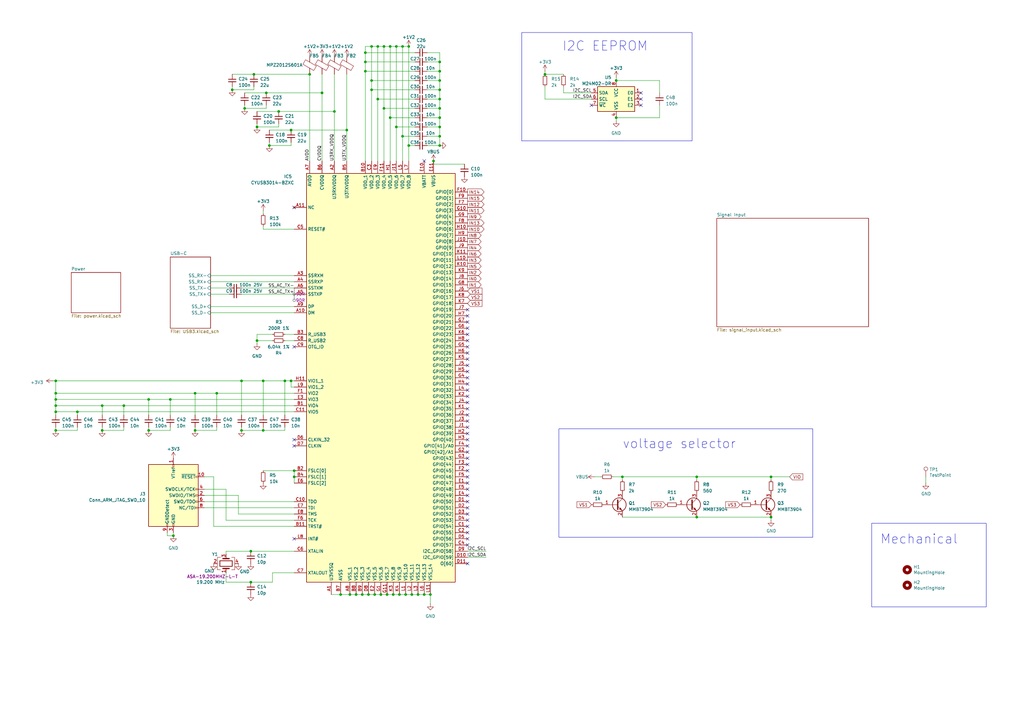
<source format=kicad_sch>
(kicad_sch (version 20250114) (generator "eeschema") (generator_version "9.0")
  (paper "A3")
  (rectangle (start 229.235 175.895) (end 333.375 220.345))
  (rectangle (start 357.505 214.63) (end 404.495 248.92))
  (rectangle (start 213.995 13.335) (end 283.845 57.785))
  (text "voltage selector" (at 278.638 182.118 0) (effects (font (size 3.81 3.81))))
  (text "I2C EEPROM" (at 248.158 19.05 0) (effects (font (size 3.81 3.81))))
  (text "Mechanical" (at 376.936 221.234 0) (effects (font (size 3.81 3.81))))
  (junction (at 165.1 19.05))
  (junction (at 105.41 52.07))
  (junction (at 156.21 243.84))
  (junction (at 180.34 59.69))
  (junction (at 22.86 168.91))
  (junction (at 120.65 193.04))
  (junction (at 180.34 40.64))
  (junction (at 180.34 52.07))
  (junction (at 120.65 195.58))
  (junction (at 100.33 44.45))
  (junction (at 171.45 243.84))
  (junction (at 80.01 161.29))
  (junction (at 99.06 156.21))
  (junction (at 252.73 48.26))
  (junction (at 154.94 19.05))
  (junction (at 180.34 33.02))
  (junction (at 41.91 166.37))
  (junction (at 223.52 30.48))
  (junction (at 152.4 33.02))
  (junction (at 152.4 36.83))
  (junction (at 60.96 176.53))
  (junction (at 71.12 219.71))
  (junction (at 139.7 243.84))
  (junction (at 127 30.48))
  (junction (at 143.51 243.84))
  (junction (at 99.06 176.53))
  (junction (at 162.56 52.07))
  (junction (at 110.49 59.69))
  (junction (at 161.29 243.84))
  (junction (at 137.16 45.72))
  (junction (at 107.95 176.53))
  (junction (at 162.56 19.05))
  (junction (at 157.48 44.45))
  (junction (at 148.59 243.84))
  (junction (at 22.86 163.83))
  (junction (at 149.86 29.21))
  (junction (at 107.95 156.21))
  (junction (at 22.86 176.53))
  (junction (at 154.94 40.64))
  (junction (at 252.73 33.02))
  (junction (at 41.91 176.53))
  (junction (at 104.14 30.48))
  (junction (at 60.96 163.83))
  (junction (at 31.75 168.91))
  (junction (at 102.87 238.76))
  (junction (at 146.05 243.84))
  (junction (at 22.86 156.21))
  (junction (at 180.34 25.4))
  (junction (at 158.75 243.84))
  (junction (at 157.48 19.05))
  (junction (at 180.34 48.26))
  (junction (at 316.23 212.09))
  (junction (at 119.38 156.21))
  (junction (at 173.99 243.84))
  (junction (at 168.91 243.84))
  (junction (at 316.23 195.58))
  (junction (at 142.24 53.34))
  (junction (at 176.53 243.84))
  (junction (at 180.34 44.45))
  (junction (at 160.02 19.05))
  (junction (at 165.1 55.88))
  (junction (at 180.34 29.21))
  (junction (at 22.86 166.37))
  (junction (at 149.86 25.4))
  (junction (at 109.22 38.1))
  (junction (at 255.27 195.58))
  (junction (at 50.8 166.37))
  (junction (at 116.84 156.21))
  (junction (at 180.34 55.88))
  (junction (at 114.3 45.72))
  (junction (at 149.86 21.59))
  (junction (at 119.38 53.34))
  (junction (at 180.34 36.83))
  (junction (at 151.13 243.84))
  (junction (at 167.64 59.69))
  (junction (at 152.4 19.05))
  (junction (at 132.08 38.1))
  (junction (at 80.01 176.53))
  (junction (at 167.64 19.05))
  (junction (at 95.25 36.83))
  (junction (at 88.9 161.29))
  (junction (at 166.37 243.84))
  (junction (at 22.86 161.29))
  (junction (at 153.67 243.84))
  (junction (at 160.02 48.26))
  (junction (at 163.83 243.84))
  (junction (at 105.41 139.7))
  (junction (at 177.8 66.04))
  (junction (at 285.75 212.09))
  (junction (at 285.75 195.58))
  (junction (at 102.87 226.06))
  (junction (at 69.85 163.83))
  (no_connect (at 191.77 182.88))
  (no_connect (at 191.77 185.42))
  (no_connect (at 191.77 172.72))
  (no_connect (at 191.77 210.82))
  (no_connect (at 191.77 218.44))
  (no_connect (at 191.77 127))
  (no_connect (at 173.99 66.04))
  (no_connect (at 191.77 203.2))
  (no_connect (at 191.77 142.24))
  (no_connect (at 191.77 160.02))
  (no_connect (at 191.77 180.34))
  (no_connect (at 191.77 213.36))
  (no_connect (at 262.89 38.1))
  (no_connect (at 262.89 43.18))
  (no_connect (at 191.77 162.56))
  (no_connect (at 191.77 170.18))
  (no_connect (at 191.77 231.14))
  (no_connect (at 191.77 149.86))
  (no_connect (at 191.77 157.48))
  (no_connect (at 191.77 165.1))
  (no_connect (at 191.77 144.78))
  (no_connect (at 191.77 132.08))
  (no_connect (at 191.77 208.28))
  (no_connect (at 191.77 167.64))
  (no_connect (at 191.77 152.4))
  (no_connect (at 191.77 198.12))
  (no_connect (at 262.89 40.64))
  (no_connect (at 191.77 134.62))
  (no_connect (at 191.77 220.98))
  (no_connect (at 120.65 180.34))
  (no_connect (at 191.77 187.96))
  (no_connect (at 191.77 223.52))
  (no_connect (at 191.77 129.54))
  (no_connect (at 191.77 147.32))
  (no_connect (at 120.65 85.09))
  (no_connect (at 191.77 139.7))
  (no_connect (at 120.65 142.24))
  (no_connect (at 191.77 175.26))
  (no_connect (at 191.77 177.8))
  (no_connect (at 120.65 220.98))
  (no_connect (at 191.77 193.04))
  (no_connect (at 191.77 195.58))
  (no_connect (at 191.77 200.66))
  (no_connect (at 191.77 215.9))
  (no_connect (at 191.77 154.94))
  (no_connect (at 191.77 190.5))
  (no_connect (at 191.77 137.16))
  (no_connect (at 242.57 43.18))
  (no_connect (at 191.77 205.74))
  (no_connect (at 120.65 182.88))
  (wire (pts (xy 22.86 163.83) (xy 60.96 163.83)))
  (wire (pts (xy 163.83 243.84) (xy 166.37 243.84)))
  (wire (pts (xy 83.82 205.74) (xy 120.65 205.74)))
  (wire (pts (xy 104.14 36.83) (xy 104.14 35.56)))
  (wire (pts (xy 148.59 243.84) (xy 151.13 243.84)))
  (wire (pts (xy 175.26 25.4) (xy 180.34 25.4)))
  (wire (pts (xy 142.24 30.48) (xy 142.24 53.34)))
  (wire (pts (xy 149.86 25.4) (xy 170.18 25.4)))
  (wire (pts (xy 175.26 36.83) (xy 180.34 36.83)))
  (wire (pts (xy 180.34 40.64) (xy 180.34 44.45)))
  (wire (pts (xy 86.36 118.11) (xy 93.98 118.11)))
  (wire (pts (xy 86.36 125.73) (xy 120.65 125.73)))
  (wire (pts (xy 104.14 30.48) (xy 127 30.48)))
  (wire (pts (xy 255.27 212.09) (xy 285.75 212.09)))
  (wire (pts (xy 152.4 36.83) (xy 152.4 66.04)))
  (wire (pts (xy 166.37 243.84) (xy 168.91 243.84)))
  (wire (pts (xy 99.06 156.21) (xy 107.95 156.21)))
  (wire (pts (xy 83.82 200.66) (xy 92.71 200.66)))
  (wire (pts (xy 107.95 93.98) (xy 120.65 93.98)))
  (wire (pts (xy 285.75 195.58) (xy 285.75 196.85)))
  (wire (pts (xy 170.18 48.26) (xy 160.02 48.26)))
  (wire (pts (xy 92.71 238.76) (xy 92.71 234.95)))
  (wire (pts (xy 149.86 19.05) (xy 149.86 21.59)))
  (wire (pts (xy 173.99 243.84) (xy 176.53 243.84)))
  (wire (pts (xy 152.4 19.05) (xy 149.86 19.05)))
  (wire (pts (xy 80.01 161.29) (xy 80.01 170.18)))
  (wire (pts (xy 120.65 195.58) (xy 120.65 198.12)))
  (wire (pts (xy 116.84 176.53) (xy 116.84 175.26)))
  (wire (pts (xy 80.01 161.29) (xy 88.9 161.29)))
  (wire (pts (xy 180.34 29.21) (xy 180.34 33.02)))
  (wire (pts (xy 119.38 53.34) (xy 142.24 53.34)))
  (wire (pts (xy 105.41 52.07) (xy 105.41 50.8)))
  (wire (pts (xy 149.86 21.59) (xy 170.18 21.59)))
  (wire (pts (xy 86.36 128.27) (xy 120.65 128.27)))
  (wire (pts (xy 22.86 168.91) (xy 22.86 166.37)))
  (wire (pts (xy 156.21 243.84) (xy 158.75 243.84)))
  (wire (pts (xy 120.65 193.04) (xy 107.95 193.04)))
  (wire (pts (xy 165.1 19.05) (xy 162.56 19.05)))
  (wire (pts (xy 105.41 139.7) (xy 111.76 139.7)))
  (wire (pts (xy 154.94 40.64) (xy 170.18 40.64)))
  (wire (pts (xy 116.84 176.53) (xy 107.95 176.53)))
  (wire (pts (xy 105.41 139.7) (xy 105.41 140.97)))
  (wire (pts (xy 99.06 118.11) (xy 120.65 118.11)))
  (wire (pts (xy 171.45 243.84) (xy 173.99 243.84)))
  (wire (pts (xy 22.86 166.37) (xy 22.86 163.83)))
  (wire (pts (xy 114.3 52.07) (xy 114.3 50.8)))
  (wire (pts (xy 114.3 45.72) (xy 137.16 45.72)))
  (wire (pts (xy 95.25 30.48) (xy 104.14 30.48)))
  (wire (pts (xy 175.26 21.59) (xy 180.34 21.59)))
  (wire (pts (xy 176.53 243.84) (xy 176.53 247.65)))
  (wire (pts (xy 223.52 40.64) (xy 242.57 40.64)))
  (wire (pts (xy 69.85 175.26) (xy 69.85 176.53)))
  (wire (pts (xy 316.23 195.58) (xy 316.23 196.85)))
  (wire (pts (xy 162.56 19.05) (xy 160.02 19.05)))
  (wire (pts (xy 41.91 176.53) (xy 41.91 175.26)))
  (wire (pts (xy 50.8 176.53) (xy 41.91 176.53)))
  (wire (pts (xy 116.84 139.7) (xy 120.65 139.7)))
  (wire (pts (xy 22.86 156.21) (xy 99.06 156.21)))
  (wire (pts (xy 153.67 243.84) (xy 156.21 243.84)))
  (wire (pts (xy 31.75 175.26) (xy 31.75 176.53)))
  (wire (pts (xy 152.4 33.02) (xy 170.18 33.02)))
  (wire (pts (xy 252.73 48.26) (xy 252.73 49.53)))
  (wire (pts (xy 92.71 213.36) (xy 120.65 213.36)))
  (wire (pts (xy 157.48 44.45) (xy 170.18 44.45)))
  (wire (pts (xy 152.4 36.83) (xy 170.18 36.83)))
  (wire (pts (xy 50.8 175.26) (xy 50.8 176.53)))
  (wire (pts (xy 160.02 19.05) (xy 157.48 19.05)))
  (wire (pts (xy 223.52 35.56) (xy 223.52 40.64)))
  (wire (pts (xy 157.48 19.05) (xy 154.94 19.05)))
  (wire (pts (xy 162.56 52.07) (xy 162.56 66.04)))
  (wire (pts (xy 86.36 115.57) (xy 120.65 115.57)))
  (wire (pts (xy 175.26 33.02) (xy 180.34 33.02)))
  (wire (pts (xy 243.84 195.58) (xy 246.38 195.58)))
  (wire (pts (xy 316.23 195.58) (xy 323.85 195.58)))
  (wire (pts (xy 114.3 52.07) (xy 105.41 52.07)))
  (wire (pts (xy 119.38 156.21) (xy 120.65 156.21)))
  (wire (pts (xy 160.02 19.05) (xy 160.02 48.26)))
  (wire (pts (xy 100.33 44.45) (xy 100.33 43.18)))
  (wire (pts (xy 83.82 195.58) (xy 87.63 195.58)))
  (wire (pts (xy 175.26 40.64) (xy 180.34 40.64)))
  (wire (pts (xy 175.26 52.07) (xy 180.34 52.07)))
  (wire (pts (xy 180.34 44.45) (xy 180.34 48.26)))
  (wire (pts (xy 99.06 176.53) (xy 99.06 175.26)))
  (wire (pts (xy 149.86 29.21) (xy 149.86 66.04)))
  (wire (pts (xy 285.75 195.58) (xy 316.23 195.58)))
  (wire (pts (xy 107.95 156.21) (xy 116.84 156.21)))
  (wire (pts (xy 22.86 161.29) (xy 22.86 156.21)))
  (wire (pts (xy 88.9 161.29) (xy 120.65 161.29)))
  (wire (pts (xy 316.23 212.09) (xy 316.23 213.36)))
  (wire (pts (xy 154.94 19.05) (xy 154.94 40.64)))
  (wire (pts (xy 146.05 243.84) (xy 148.59 243.84)))
  (wire (pts (xy 139.7 243.84) (xy 143.51 243.84)))
  (wire (pts (xy 92.71 226.06) (xy 92.71 227.33)))
  (wire (pts (xy 92.71 238.76) (xy 102.87 238.76)))
  (wire (pts (xy 41.91 166.37) (xy 50.8 166.37)))
  (wire (pts (xy 60.96 163.83) (xy 69.85 163.83)))
  (wire (pts (xy 105.41 45.72) (xy 114.3 45.72)))
  (wire (pts (xy 252.73 33.02) (xy 270.51 33.02)))
  (wire (pts (xy 175.26 44.45) (xy 180.34 44.45)))
  (wire (pts (xy 88.9 161.29) (xy 88.9 170.18)))
  (wire (pts (xy 119.38 59.69) (xy 119.38 58.42)))
  (wire (pts (xy 107.95 176.53) (xy 99.06 176.53)))
  (wire (pts (xy 50.8 166.37) (xy 120.65 166.37)))
  (wire (pts (xy 69.85 163.83) (xy 120.65 163.83)))
  (wire (pts (xy 231.14 35.56) (xy 231.14 38.1)))
  (wire (pts (xy 154.94 19.05) (xy 152.4 19.05)))
  (wire (pts (xy 180.34 33.02) (xy 180.34 36.83)))
  (wire (pts (xy 180.34 55.88) (xy 180.34 59.69)))
  (wire (pts (xy 22.86 168.91) (xy 31.75 168.91)))
  (wire (pts (xy 111.76 238.76) (xy 111.76 234.95)))
  (wire (pts (xy 180.34 48.26) (xy 180.34 52.07)))
  (wire (pts (xy 157.48 44.45) (xy 157.48 66.04)))
  (wire (pts (xy 110.49 53.34) (xy 119.38 53.34)))
  (wire (pts (xy 255.27 195.58) (xy 255.27 196.85)))
  (wire (pts (xy 167.64 19.05) (xy 167.64 59.69)))
  (wire (pts (xy 88.9 176.53) (xy 88.9 175.26)))
  (wire (pts (xy 165.1 19.05) (xy 165.1 55.88)))
  (wire (pts (xy 168.91 243.84) (xy 171.45 243.84)))
  (wire (pts (xy 167.64 19.05) (xy 165.1 19.05)))
  (wire (pts (xy 97.79 203.2) (xy 97.79 210.82)))
  (wire (pts (xy 80.01 176.53) (xy 80.01 175.26)))
  (wire (pts (xy 223.52 29.21) (xy 223.52 30.48)))
  (wire (pts (xy 142.24 53.34) (xy 142.24 66.04)))
  (wire (pts (xy 22.86 166.37) (xy 41.91 166.37)))
  (wire (pts (xy 149.86 21.59) (xy 149.86 25.4)))
  (wire (pts (xy 132.08 30.48) (xy 132.08 38.1)))
  (wire (pts (xy 116.84 156.21) (xy 119.38 156.21)))
  (wire (pts (xy 31.75 168.91) (xy 31.75 170.18)))
  (wire (pts (xy 252.73 31.75) (xy 252.73 33.02)))
  (wire (pts (xy 68.58 219.71) (xy 71.12 219.71)))
  (wire (pts (xy 149.86 25.4) (xy 149.86 29.21)))
  (wire (pts (xy 223.52 30.48) (xy 231.14 30.48)))
  (wire (pts (xy 132.08 38.1) (xy 132.08 66.04)))
  (wire (pts (xy 104.14 36.83) (xy 95.25 36.83)))
  (wire (pts (xy 107.95 86.36) (xy 107.95 87.63)))
  (wire (pts (xy 60.96 163.83) (xy 60.96 170.18)))
  (wire (pts (xy 100.33 38.1) (xy 109.22 38.1)))
  (wire (pts (xy 152.4 19.05) (xy 152.4 33.02)))
  (wire (pts (xy 175.26 59.69) (xy 180.34 59.69)))
  (wire (pts (xy 120.65 193.04) (xy 120.65 195.58)))
  (wire (pts (xy 97.79 210.82) (xy 120.65 210.82)))
  (wire (pts (xy 102.87 226.06) (xy 92.71 226.06)))
  (wire (pts (xy 116.84 137.16) (xy 120.65 137.16)))
  (wire (pts (xy 154.94 40.64) (xy 154.94 66.04)))
  (wire (pts (xy 105.41 137.16) (xy 105.41 139.7)))
  (wire (pts (xy 110.49 59.69) (xy 110.49 58.42)))
  (wire (pts (xy 107.95 175.26) (xy 107.95 176.53)))
  (wire (pts (xy 116.84 156.21) (xy 116.84 170.18)))
  (wire (pts (xy 127 30.48) (xy 127 66.04)))
  (wire (pts (xy 231.14 38.1) (xy 242.57 38.1)))
  (wire (pts (xy 151.13 243.84) (xy 153.67 243.84)))
  (wire (pts (xy 175.26 48.26) (xy 180.34 48.26)))
  (wire (pts (xy 180.34 52.07) (xy 180.34 55.88)))
  (wire (pts (xy 99.06 156.21) (xy 99.06 170.18)))
  (wire (pts (xy 199.39 228.6) (xy 191.77 228.6)))
  (wire (pts (xy 135.89 243.84) (xy 139.7 243.84)))
  (wire (pts (xy 107.95 170.18) (xy 107.95 156.21)))
  (wire (pts (xy 160.02 48.26) (xy 160.02 66.04)))
  (wire (pts (xy 41.91 166.37) (xy 41.91 170.18)))
  (wire (pts (xy 199.39 226.06) (xy 191.77 226.06)))
  (wire (pts (xy 157.48 19.05) (xy 157.48 44.45)))
  (wire (pts (xy 109.22 44.45) (xy 100.33 44.45)))
  (wire (pts (xy 83.82 208.28) (xy 120.65 208.28)))
  (wire (pts (xy 107.95 92.71) (xy 107.95 93.98)))
  (wire (pts (xy 22.86 168.91) (xy 22.86 170.18)))
  (wire (pts (xy 175.26 55.88) (xy 180.34 55.88)))
  (wire (pts (xy 21.59 156.21) (xy 22.86 156.21)))
  (wire (pts (xy 175.26 29.21) (xy 180.34 29.21)))
  (wire (pts (xy 92.71 200.66) (xy 92.71 213.36)))
  (wire (pts (xy 152.4 33.02) (xy 152.4 36.83)))
  (wire (pts (xy 165.1 55.88) (xy 165.1 66.04)))
  (wire (pts (xy 71.12 218.44) (xy 71.12 219.71)))
  (wire (pts (xy 120.65 226.06) (xy 102.87 226.06)))
  (wire (pts (xy 167.64 59.69) (xy 167.64 66.04)))
  (wire (pts (xy 255.27 195.58) (xy 285.75 195.58)))
  (wire (pts (xy 109.22 44.45) (xy 109.22 43.18)))
  (wire (pts (xy 149.86 29.21) (xy 170.18 29.21)))
  (wire (pts (xy 252.73 48.26) (xy 270.51 48.26)))
  (wire (pts (xy 109.22 38.1) (xy 132.08 38.1)))
  (wire (pts (xy 161.29 243.84) (xy 163.83 243.84)))
  (wire (pts (xy 143.51 243.84) (xy 146.05 243.84)))
  (wire (pts (xy 83.82 203.2) (xy 97.79 203.2)))
  (wire (pts (xy 119.38 59.69) (xy 110.49 59.69)))
  (wire (pts (xy 177.8 67.31) (xy 190.5 67.31)))
  (wire (pts (xy 285.75 212.09) (xy 316.23 212.09)))
  (wire (pts (xy 120.65 120.65) (xy 99.06 120.65)))
  (wire (pts (xy 50.8 166.37) (xy 50.8 170.18)))
  (wire (pts (xy 158.75 243.84) (xy 161.29 243.84)))
  (wire (pts (xy 167.64 59.69) (xy 170.18 59.69)))
  (wire (pts (xy 69.85 176.53) (xy 60.96 176.53)))
  (wire (pts (xy 22.86 163.83) (xy 22.86 161.29)))
  (wire (pts (xy 87.63 215.9) (xy 120.65 215.9)))
  (wire (pts (xy 251.46 195.58) (xy 255.27 195.58)))
  (wire (pts (xy 120.65 158.75) (xy 119.38 158.75)))
  (wire (pts (xy 31.75 168.91) (xy 120.65 168.91)))
  (wire (pts (xy 22.86 161.29) (xy 80.01 161.29)))
  (wire (pts (xy 95.25 36.83) (xy 95.25 35.56)))
  (wire (pts (xy 22.86 176.53) (xy 22.86 175.26)))
  (wire (pts (xy 180.34 36.83) (xy 180.34 40.64)))
  (wire (pts (xy 180.34 21.59) (xy 180.34 25.4)))
  (wire (pts (xy 177.8 67.31) (xy 177.8 66.04)))
  (wire (pts (xy 93.98 120.65) (xy 86.36 120.65)))
  (wire (pts (xy 31.75 176.53) (xy 22.86 176.53)))
  (wire (pts (xy 86.36 113.03) (xy 120.65 113.03)))
  (wire (pts (xy 68.58 218.44) (xy 68.58 219.71)))
  (wire (pts (xy 119.38 158.75) (xy 119.38 156.21)))
  (wire (pts (xy 102.87 238.76) (xy 111.76 238.76)))
  (wire (pts (xy 379.73 195.58) (xy 379.73 198.12)))
  (wire (pts (xy 69.85 163.83) (xy 69.85 170.18)))
  (wire (pts (xy 87.63 215.9) (xy 87.63 195.58)))
  (wire (pts (xy 162.56 52.07) (xy 170.18 52.07)))
  (wire (pts (xy 180.34 25.4) (xy 180.34 29.21)))
  (wire (pts (xy 270.51 33.02) (xy 270.51 38.1)))
  (wire (pts (xy 162.56 19.05) (xy 162.56 52.07)))
  (wire (pts (xy 165.1 55.88) (xy 170.18 55.88)))
  (wire (pts (xy 60.96 176.53) (xy 60.96 175.26)))
  (wire (pts (xy 111.76 137.16) (xy 105.41 137.16)))
  (wire (pts (xy 88.9 176.53) (xy 80.01 176.53)))
  (wire (pts (xy 270.51 48.26) (xy 270.51 43.18)))
  (wire (pts (xy 137.16 45.72) (xy 137.16 66.04)))
  (wire (pts (xy 137.16 30.48) (xy 137.16 45.72)))
  (wire (pts (xy 111.76 234.95) (xy 120.65 234.95)))
  (label "I2C_SCL" (at 199.39 226.06 180))
  (label "CVDDQ" (at 132.08 66.04 90))
  (label "U3TX_VDDQ" (at 142.24 66.04 90))
  (label "AVDD" (at 127 66.04 90))
  (label "SS_AC_TX-" (at 120.65 118.11 180))
  (label "U3RX_VDDQ" (at 137.16 66.04 90))
  (label "SS_AC_TX+" (at 120.65 120.65 180))
  (label "I2C_SDA" (at 234.95 40.64 0))
  (label "I2C_SCL" (at 234.95 38.1 0))
  (label "I2C_SDA" (at 199.39 228.6 180))
  (global_label "IN13" (shape output) (at 191.77 91.44 0) (property "Intersheetrefs" "${INTERSHEET_REFS}" (effects (hide yes))))
  (global_label "IN8" (shape output) (at 191.77 96.52 0) (property "Intersheetrefs" "${INTERSHEET_REFS}" (effects (hide yes))))
  (global_label "VS3" (shape input) (at 303.53 207.01 180) (property "Intersheetrefs" "${INTERSHEET_REFS}" (effects (hide yes))))
  (global_label "IN5" (shape output) (at 191.77 109.22 0) (property "Intersheetrefs" "${INTERSHEET_REFS}" (effects (hide yes))))
  (global_label "VS1" (shape input) (at 242.57 207.01 180) (property "Intersheetrefs" "${INTERSHEET_REFS}" (effects (hide yes))))
  (global_label "VS2" (shape input) (at 273.05 207.01 180) (property "Intersheetrefs" "${INTERSHEET_REFS}" (effects (hide yes))))
  (global_label "IN9" (shape output) (at 191.77 88.9 0) (property "Intersheetrefs" "${INTERSHEET_REFS}" (effects (hide yes))))
  (global_label "IN14" (shape output) (at 191.77 78.74 0) (property "Intersheetrefs" "${INTERSHEET_REFS}" (effects (hide yes))))
  (global_label "IN4" (shape output) (at 191.77 101.6 0) (property "Intersheetrefs" "${INTERSHEET_REFS}" (effects (hide yes))))
  (global_label "IN15" (shape output) (at 191.77 81.28 0) (property "Intersheetrefs" "${INTERSHEET_REFS}" (effects (hide yes))))
  (global_label "IN11" (shape output) (at 191.77 86.36 0) (property "Intersheetrefs" "${INTERSHEET_REFS}" (effects (hide yes))))
  (global_label "VS1" (shape input) (at 191.77 119.38 0) (property "Intersheetrefs" "${INTERSHEET_REFS}" (effects (hide yes))))
  (global_label "IN3" (shape output) (at 191.77 106.68 0) (property "Intersheetrefs" "${INTERSHEET_REFS}" (effects (hide yes))))
  (global_label "VS2" (shape input) (at 191.77 121.92 0) (property "Intersheetrefs" "${INTERSHEET_REFS}" (effects (hide yes))))
  (global_label "IN7" (shape output) (at 191.77 99.06 0) (property "Intersheetrefs" "${INTERSHEET_REFS}" (effects (hide yes))))
  (global_label "VIO" (shape input) (at 323.85 195.58 0) (property "Intersheetrefs" "${INTERSHEET_REFS}" (effects (hide yes))))
  (global_label "VS3" (shape input) (at 191.77 124.46 0) (property "Intersheetrefs" "${INTERSHEET_REFS}" (effects (hide yes))))
  (global_label "IN0" (shape output) (at 191.77 114.3 0) (property "Intersheetrefs" "${INTERSHEET_REFS}" (effects (hide yes))))
  (global_label "IN1" (shape output) (at 191.77 116.84 0) (property "Intersheetrefs" "${INTERSHEET_REFS}" (effects (hide yes))))
  (global_label "IN12" (shape output) (at 191.77 83.82 0) (property "Intersheetrefs" "${INTERSHEET_REFS}" (effects (hide yes))))
  (global_label "IN10" (shape output) (at 191.77 93.98 0) (property "Intersheetrefs" "${INTERSHEET_REFS}" (effects (hide yes))))
  (global_label "IN6" (shape output) (at 191.77 104.14 0) (property "Intersheetrefs" "${INTERSHEET_REFS}" (effects (hide yes))))
  (global_label "IN2" (shape output) (at 191.77 111.76 0) (property "Intersheetrefs" "${INTERSHEET_REFS}" (effects (hide yes))))
  (netclass_flag "" (length 2.54) (shape round) (at 120.65 120.65 180) (property "Netclass" "90R" (at 121.2596 123.19 0) (effects (justify left))))
  (netclass_flag "" (length 2.54) (shape round) (at 120.65 118.11 180) (property "Netclass" "90R" (at 121.2596 120.65 0) (effects (justify left))))
  (symbol (lib_id "power:+1V2") (at 167.64 19.05 0) (unit 1)
    (property "Reference" "#PWR061" (effects (hide yes)))
    (property "Value" "+1V2" (at 167.64 15.24 0))
  )
  (symbol (lib_id "Device:C_Small") (at 31.75 172.72 0) (unit 1)
    (property "Reference" "C46" (at 34.29 172.0913 0) (effects (justify left)))
    (property "Value" "10n" (at 34.29 174.6313 0) (effects (justify left)))
    (property "Footprint" "Capacitor_SMD:C_0402_1005Metric" (effects (hide yes)))
  )
  (symbol (lib_id "power:+3V3") (at 71.12 187.96 0) (unit 1)
    (property "Reference" "#PWR072" (effects (hide yes)))
    (property "Value" "+3V3" (at 71.12 184.15 0))
  )
  (symbol (lib_id "Device:C_Small") (at 80.01 172.72 0) (unit 1)
    (property "Reference" "C39" (at 82.55 172.0913 0) (effects (justify left)))
    (property "Value" "100n" (at 82.55 174.6313 0) (effects (justify left)))
    (property "Footprint" "Capacitor_SMD:C_0402_1005Metric" (effects (hide yes)))
  )
  (symbol (lib_id "Device:C_Small") (at 172.72 33.02 90) (unit 1)
    (property "Reference" "C29" (at 170.18 31.75 90))
    (property "Value" "100n" (at 176.53 31.75 90))
    (property "Footprint" "Capacitor_SMD:C_0402_1005Metric" (effects (hide yes)))
  )
  (symbol (lib_id "Device:C_Small") (at 95.25 33.02 0) (unit 1)
    (property "Reference" "C24" (at 97.79 32.3913 0) (effects (justify left)))
    (property "Value" "100n" (at 97.79 34.9313 0) (effects (justify left)))
    (property "Footprint" "Capacitor_SMD:C_0402_1005Metric" (effects (hide yes)))
  )
  (symbol (lib_id "Device:C_Small") (at 172.72 25.4 90) (unit 1)
    (property "Reference" "C27" (at 170.18 24.13 90))
    (property "Value" "100n" (at 176.53 24.13 90))
    (property "Footprint" "Capacitor_SMD:C_0402_1005Metric" (effects (hide yes)))
  )
  (symbol (lib_id "Device:R_Small") (at 316.23 199.39 0) (unit 1)
    (property "Reference" "R9" (at 318.77 198.755 0) (effects (justify left)))
    (property "Value" "270" (at 318.77 201.295 0) (effects (justify left)))
    (property "Footprint" "Resistor_SMD:R_0402_1005Metric" (effects (hide yes)))
  )
  (symbol (lib_id "Device:C_Small") (at 88.9 172.72 0) (unit 1)
    (property "Reference" "C40" (at 91.44 172.0913 0) (effects (justify left)))
    (property "Value" "10n" (at 91.44 174.6313 0) (effects (justify left)))
    (property "Footprint" "Capacitor_SMD:C_0402_1005Metric" (effects (hide yes)))
  )
  (symbol (lib_id "Device:C_Small") (at 172.72 55.88 90) (unit 1)
    (property "Reference" "C35" (at 170.18 54.61 90))
    (property "Value" "10n" (at 176.53 54.61 90))
    (property "Footprint" "Capacitor_SMD:C_0402_1005Metric" (effects (hide yes)))
  )
  (symbol (lib_id "Device:C_Small") (at 102.87 228.6 0) (unit 1)
    (property "Reference" "C12" (at 105.41 227.9713 0) (effects (justify left)))
    (property "Value" "10p" (at 105.41 230.5113 0) (effects (justify left)))
    (property "Footprint" "Capacitor_SMD:C_0402_1005Metric" (effects (hide yes)))
  )
  (symbol (lib_id "Device:R_Small") (at 107.95 195.58 0) (unit 1)
    (property "Reference" "R5" (at 110.49 194.945 0) (effects (justify left)))
    (property "Value" "10k" (at 110.49 197.485 0) (effects (justify left)))
    (property "Footprint" "Resistor_SMD:R_0402_1005Metric" (effects (hide yes)))
  )
  (symbol (lib_id "Device:C_Small") (at 110.49 55.88 0) (unit 1)
    (property "Reference" "C18" (at 113.03 55.2513 0) (effects (justify left)))
    (property "Value" "100n" (at 113.03 57.7913 0) (effects (justify left)))
    (property "Footprint" "Capacitor_SMD:C_0402_1005Metric" (effects (hide yes)))
  )
  (symbol (lib_id "Device:C_Small") (at 116.84 172.72 0) (unit 1)
    (property "Reference" "C38" (at 119.38 172.0913 0) (effects (justify left)))
    (property "Value" "10n" (at 119.38 174.6313 0) (effects (justify left)))
    (property "Footprint" "Capacitor_SMD:C_0402_1005Metric" (effects (hide yes)))
  )
  (symbol (lib_id "power:GND") (at 176.53 247.65 0) (unit 1)
    (property "Reference" "#PWR052" (effects (hide yes)))
    (property "Value" "GND" (at 176.53 252.73 0))
  )
  (symbol (lib_id "Device:C_Small") (at 102.87 241.3 0) (unit 1)
    (property "Reference" "C14" (at 105.41 240.6713 0) (effects (justify left)))
    (property "Value" "10p" (at 105.41 243.2113 0) (effects (justify left)))
    (property "Footprint" "Capacitor_SMD:C_0402_1005Metric" (effects (hide yes)))
  )
  (symbol (lib_id "Device:C_Small") (at 41.91 172.72 0) (unit 1)
    (property "Reference" "C43" (at 44.45 172.0913 0) (effects (justify left)))
    (property "Value" "100n" (at 44.45 174.6313 0) (effects (justify left)))
    (property "Footprint" "Capacitor_SMD:C_0402_1005Metric" (effects (hide yes)))
  )
  (symbol (lib_id "Transistor_BJT:MMBT3904") (at 252.73 207.01 0) (unit 1)
    (property "Reference" "Q1" (at 257.81 206.375 0) (effects (justify left)))
    (property "Value" "MMBT3904" (at 257.81 208.915 0) (effects (justify left)))
    (property "Footprint" "Package_TO_SOT_SMD:SOT-23" (effects (hide yes)))
    (property "Datasheet" "https://www.onsemi.com/pub/Collateral/2N3903-D.PDF" (effects (hide yes)))
  )
  (symbol (lib_id "Device:C_Small") (at 109.22 40.64 0) (unit 1)
    (property "Reference" "C23" (at 111.76 40.0113 0) (effects (justify left)))
    (property "Value" "22u" (at 111.76 42.5513 0) (effects (justify left)))
    (property "Footprint" "Capacitor_SMD:C_0603_1608Metric" (effects (hide yes)))
  )
  (symbol (lib_id "power:GND") (at 100.33 44.45 0) (unit 1)
    (property "Reference" "#PWR059" (effects (hide yes)))
    (property "Value" "GND" (effects (hide yes)))
  )
  (symbol (lib_id "Device:C_Small") (at 172.72 36.83 90) (unit 1)
    (property "Reference" "C30" (at 170.18 35.56 90))
    (property "Value" "10n" (at 176.53 35.56 90))
    (property "Footprint" "Capacitor_SMD:C_0402_1005Metric" (effects (hide yes)))
  )
  (symbol (lib_id "power:GND") (at 22.86 176.53 0) (unit 1)
    (property "Reference" "#PWR068" (effects (hide yes)))
    (property "Value" "GND" (effects (hide yes)))
  )
  (symbol (lib_id "power:+3V3") (at 252.73 31.75 0) (unit 1)
    (property "Reference" "#PWR069" (effects (hide yes)))
    (property "Value" "+3V3" (at 252.73 27.94 0))
  )
  (symbol (lib_id "Device:R_Small") (at 285.75 199.39 0) (unit 1)
    (property "Reference" "R8" (at 288.29 198.755 0) (effects (justify left)))
    (property "Value" "560" (at 288.29 201.295 0) (effects (justify left)))
    (property "Footprint" "Resistor_SMD:R_0402_1005Metric" (effects (hide yes)))
  )
  (symbol (lib_id "power:GND") (at 105.41 140.97 0) (unit 1)
    (property "Reference" "#PWR042" (effects (hide yes)))
    (property "Value" "GND" (at 105.41 146.05 0))
  )
  (symbol (lib_id "Transistor_BJT:MMBT3904") (at 313.69 207.01 0) (unit 1)
    (property "Reference" "Q3" (at 318.77 206.375 0) (effects (justify left)))
    (property "Value" "MMBT3904" (at 318.77 208.915 0) (effects (justify left)))
    (property "Footprint" "Package_TO_SOT_SMD:SOT-23" (effects (hide yes)))
    (property "Datasheet" "https://www.onsemi.com/pub/Collateral/2N3903-D.PDF" (effects (hide yes)))
  )
  (symbol (lib_id "Device:C_Small") (at 190.5 69.85 0) (unit 1)
    (property "Reference" "C10" (at 193.04 69.2213 0) (effects (justify left)))
    (property "Value" "100n" (at 193.04 71.7613 0) (effects (justify left)))
    (property "Footprint" "Capacitor_SMD:C_0402_1005Metric" (effects (hide yes)))
  )
  (symbol (lib_id "power:+1V2") (at 142.24 22.86 0) (unit 1)
    (property "Reference" "#PWR055" (effects (hide yes)))
    (property "Value" "+1V2" (at 142.24 19.05 0))
  )
  (symbol (lib_id "Device:FerriteBead") (at 142.24 26.67 180) (unit 1)
    (property "Reference" "FB2" (at 142.24 22.86 0) (effects (justify right)))
    (property "Value" "MPZ2012S601A" (at 109.22 26.67 0) (effects (justify right)))
    (property "Footprint" "Inductor_SMD:L_0805_2012Metric" (effects (hide yes)))
  )
  (symbol (lib_id "Device:R_Small") (at 275.59 207.01 90) (unit 1)
    (property "Reference" "R11" (at 275.59 201.93 90))
    (property "Value" "1k" (at 275.59 204.47 90))
    (property "Footprint" "Resistor_SMD:R_0402_1005Metric" (effects (hide yes)))
  )
  (symbol (lib_id "Device:C_Small") (at 100.33 40.64 0) (unit 1)
    (property "Reference" "C22" (at 102.87 40.0113 0) (effects (justify left)))
    (property "Value" "100n" (at 102.87 42.5513 0) (effects (justify left)))
    (property "Footprint" "Capacitor_SMD:C_0402_1005Metric" (effects (hide yes)))
  )
  (symbol (lib_id "Device:R_Small") (at 107.95 90.17 0) (unit 1)
    (property "Reference" "R13" (at 110.49 89.535 0) (effects (justify left)))
    (property "Value" "100k" (at 110.49 92.075 0) (effects (justify left)))
    (property "Footprint" "Resistor_SMD:R_0402_1005Metric" (effects (hide yes)))
  )
  (symbol (lib_id "power:GND") (at 105.41 52.07 0) (unit 1)
    (property "Reference" "#PWR058" (effects (hide yes)))
    (property "Value" "GND" (effects (hide yes)))
  )
  (symbol (lib_id "Device:R_Small") (at 114.3 139.7 90) (mirror x) (unit 1)
    (property "Reference" "R4" (at 114.3 144.78 90))
    (property "Value" "6.04k 1%" (at 114.3 142.24 90))
    (property "Footprint" "Resistor_SMD:R_0402_1005Metric" (effects (hide yes)))
  )
  (symbol (lib_id "Device:FerriteBead") (at 127 26.67 180) (unit 1)
    (property "Reference" "FB5" (at 127 22.86 0) (effects (justify right)))
    (property "Value" "MPZ2012S601A" (effects (hide yes)))
    (property "Footprint" "Inductor_SMD:L_0805_2012Metric" (effects (hide yes)))
  )
  (symbol (lib_id "power:GND") (at 80.01 176.53 0) (unit 1)
    (property "Reference" "#PWR065" (effects (hide yes)))
    (property "Value" "GND" (effects (hide yes)))
  )
  (symbol (lib_id "Device:C_Small") (at 107.95 172.72 0) (unit 1)
    (property "Reference" "C47" (at 110.49 172.0913 0) (effects (justify left)))
    (property "Value" "100n" (at 110.49 174.6313 0) (effects (justify left)))
    (property "Footprint" "Capacitor_SMD:C_0402_1005Metric" (effects (hide yes)))
  )
  (symbol (lib_id "Device:C_Small") (at 172.72 21.59 90) (unit 1)
    (property "Reference" "C26" (at 172.7263 16.51 90))
    (property "Value" "22u" (at 172.7263 19.05 90))
    (property "Footprint" "Capacitor_SMD:C_0603_1608Metric" (effects (hide yes)))
  )
  (symbol (lib_id "power:+1V2") (at 127 22.86 0) (unit 1)
    (property "Reference" "#PWR053" (effects (hide yes)))
    (property "Value" "+1V2" (at 127 19.05 0))
  )
  (symbol (lib_id "Device:C_Small") (at 99.06 172.72 0) (unit 1)
    (property "Reference" "C37" (at 101.6 172.0913 0) (effects (justify left)))
    (property "Value" "100n" (at 101.6 174.6313 0) (effects (justify left)))
    (property "Footprint" "Capacitor_SMD:C_0402_1005Metric" (effects (hide yes)))
  )
  (symbol (lib_id "Connector:TestPoint") (at 379.73 195.58 0) (unit 1)
    (property "Reference" "TP1" (at 381.2032 192.5828 0) (effects (justify left)))
    (property "Value" "TestPoint" (at 381.2032 194.8942 0) (effects (justify left)))
    (property "Footprint" "TestPoint:TestPoint_Pad_1.5x1.5mm" (effects (hide yes)))
  )
  (symbol (lib_id "Device:R_Small") (at 223.52 33.02 0) (unit 1)
    (property "Reference" "R15" (at 226.06 32.385 0) (effects (justify left)))
    (property "Value" "2k" (at 226.06 34.925 0) (effects (justify left)))
    (property "Footprint" "Resistor_SMD:R_0402_1005Metric" (effects (hide yes)))
  )
  (symbol (lib_id "power:+3V3") (at 223.52 29.21 0) (unit 1)
    (property "Reference" "#PWR071" (effects (hide yes)))
    (property "Value" "+3V3" (at 223.52 25.4 0))
  )
  (symbol (lib_id "power:+1V2") (at 137.16 22.86 0) (unit 1)
    (property "Reference" "#PWR054" (effects (hide yes)))
    (property "Value" "+1V2" (at 137.16 19.05 0))
  )
  (symbol (lib_id "Device:C_Small") (at 119.38 55.88 0) (unit 1)
    (property "Reference" "C19" (at 121.92 55.2513 0) (effects (justify left)))
    (property "Value" "22u" (at 121.92 57.7913 0) (effects (justify left)))
    (property "Footprint" "Capacitor_SMD:C_0603_1608Metric" (effects (hide yes)))
  )
  (symbol (lib_id "power:GND") (at 87.63 231.14 0) (unit 1)
    (property "Reference" "#PWR049" (effects (hide yes)))
    (property "Value" "GND" (at 83.82 234.188 0) (effects (justify left)))
  )
  (symbol (lib_id "Device:C_Small") (at 105.41 48.26 0) (unit 1)
    (property "Reference" "C20" (at 107.95 47.6313 0) (effects (justify left)))
    (property "Value" "100n" (at 107.95 50.1713 0) (effects (justify left)))
    (property "Footprint" "Capacitor_SMD:C_0402_1005Metric" (effects (hide yes)))
  )
  (symbol (lib_id "Device:C_Small") (at 270.51 40.64 0) (unit 1)
    (property "Reference" "C48" (at 273.05 40.0113 0) (effects (justify left)))
    (property "Value" "100n" (at 273.05 42.5513 0) (effects (justify left)))
    (property "Footprint" "Capacitor_SMD:C_0402_1005Metric" (effects (hide yes)))
  )
  (symbol (lib_id "Device:R_Small") (at 231.14 33.02 0) (unit 1)
    (property "Reference" "R14" (at 233.68 32.385 0) (effects (justify left)))
    (property "Value" "2k" (at 233.68 34.925 0) (effects (justify left)))
    (property "Footprint" "Resistor_SMD:R_0402_1005Metric" (effects (hide yes)))
  )
  (symbol (lib_id "Device:FerriteBead") (at 137.16 26.67 180) (unit 1)
    (property "Reference" "FB3" (at 137.16 22.86 0) (effects (justify right)))
    (property "Value" "MPZ2012S601A" (effects (hide yes)))
    (property "Footprint" "Inductor_SMD:L_0805_2012Metric" (effects (hide yes)))
  )
  (symbol (lib_id "Connector:Conn_ARM_JTAG_SWD_10") (at 71.12 203.2 0) (unit 1)
    (property "Reference" "J3" (at 59.69 202.565 0) (effects (justify right)))
    (property "Value" "Conn_ARM_JTAG_SWD_10" (at 59.69 205.105 0) (effects (justify right)))
    (property "Footprint" "Connector_PinHeader_1.27mm:PinHeader_2x05_P1.27mm_Vertical" (effects (hide yes)))
    (property "Datasheet" "http://infocenter.arm.com/help/topic/com.arm.doc.ddi0314h/DDI0314H_coresight_components_trm.pdf" (effects (hide yes)))
  )
  (symbol (lib_id "power:GND") (at 110.49 59.69 0) (unit 1)
    (property "Reference" "#PWR057" (effects (hide yes)))
    (property "Value" "GND" (effects (hide yes)))
  )
  (symbol (lib_id "Device:C_Small") (at 172.72 52.07 90) (unit 1)
    (property "Reference" "C34" (at 170.18 50.8 90))
    (property "Value" "100n" (at 176.53 50.8 90))
    (property "Footprint" "Capacitor_SMD:C_0402_1005Metric" (effects (hide yes)))
  )
  (symbol (lib_id "Device:C_Small") (at 172.72 44.45 90) (unit 1)
    (property "Reference" "C32" (at 170.18 43.18 90))
    (property "Value" "100n" (at 176.53 43.18 90))
    (property "Footprint" "Capacitor_SMD:C_0402_1005Metric" (effects (hide yes)))
  )
  (symbol (lib_id "power:GND") (at 102.87 231.14 0) (unit 1)
    (property "Reference" "#PWR050" (effects (hide yes)))
    (property "Value" "GND" (effects (hide yes)))
  )
  (symbol (lib_id "power:GND") (at 60.96 176.53 0) (unit 1)
    (property "Reference" "#PWR066" (effects (hide yes)))
    (property "Value" "GND" (effects (hide yes)))
  )
  (symbol (lib_id "Memory_EEPROM:M24C02-FMN") (at 252.73 40.64 0) (mirror y) (unit 1)
    (property "Reference" "U5" (at 250.7741 31.75 0) (effects (justify left)))
    (property "Value" "M24M02-DR" (at 250.7741 34.29 0) (effects (justify left)))
    (property "Footprint" "Package_SO:SOIC-8_3.9x4.9mm_P1.27mm" (effects (hide yes)))
    (property "Datasheet" "http://www.st.com/content/ccc/resource/technical/document/datasheet/b0/d8/50/40/5a/85/49/6f/DM00071904.pdf/files/DM00071904.pdf/jcr:content/translations/en.DM00071904.pdf" (effects (hide yes)))
  )
  (symbol (lib_id "Device:R_Small") (at 255.27 199.39 0) (unit 1)
    (property "Reference" "R7" (at 257.81 198.755 0) (effects (justify left)))
    (property "Value" "2k" (at 257.81 201.295 0) (effects (justify left)))
    (property "Footprint" "Resistor_SMD:R_0402_1005Metric" (effects (hide yes)))
  )
  (symbol (lib_id "power:GND") (at 99.06 176.53 0) (unit 1)
    (property "Reference" "#PWR063" (effects (hide yes)))
    (property "Value" "GND" (effects (hide yes)))
  )
  (symbol (lib_id "power:GND") (at 190.5 72.39 0) (unit 1)
    (property "Reference" "#PWR044" (effects (hide yes)))
    (property "Value" "GND" (effects (hide yes)))
  )
  (symbol (lib_id "power:GND") (at 252.73 49.53 0) (unit 1)
    (property "Reference" "#PWR070" (effects (hide yes)))
    (property "Value" "GND" (at 252.73 54.61 0))
  )
  (symbol (lib_id "Device:C_Small") (at 69.85 172.72 0) (unit 1)
    (property "Reference" "C42" (at 72.39 172.0913 0) (effects (justify left)))
    (property "Value" "10n" (at 72.39 174.6313 0) (effects (justify left)))
    (property "Footprint" "Capacitor_SMD:C_0402_1005Metric" (effects (hide yes)))
  )
  (symbol (lib_id "CYUSB3014-BZXC:CYUSB3014-BZXC") (at 120.65 83.82 0) (unit 1)
    (property "Reference" "IC5" (at 118.11 72.39 0))
    (property "Value" "CYUSB3014-BZXC" (at 111.76 74.93 0))
    (property "Footprint" "CYUSB301X:BGA121C80P11X11_1000X1000X120" (effects (hide yes)))
    (property "Datasheet" "https://www.infineon.com/dgdl/Infineon-CYUSB301X_CYUSB201X_EZ-USB_FX3_SUPERSPEED_USB_CONTROLLER-DataSheet-v01_00-EN.pdf?fileId=8ac78c8c7d0d8da4017d0eca1e7442aa" (effects (hide yes)))
    (property "Height" "1.2" (effects (hide yes)))
    (property "Manufacturer_Name" "Infineon" (effects (hide yes)))
    (property "Manufacturer_Part_Number" "CYUSB3014-BZXC" (effects (hide yes)))
    (property "Mouser Part Number" "727-CYUSB3014-BZXC" (effects (hide yes)))
    (property "Mouser Price/Stock" "https://www.mouser.co.uk/ProductDetail/Infineon-Technologies/CYUSB3014-BZXC?qs=xP2cAaN2A3Wt%252BQariFLwRg%3D%3D" (effects (hide yes)))
    (property "Arrow Part Number" "CYUSB3014-BZXC" (effects (hide yes)))
    (property "Arrow Price/Stock" "https://www.arrow.com/en/products/cyusb3014-bzxc/infineon-technologies-ag?region=nac" (effects (hide yes)))
  )
  (symbol (lib_id "power:VBUS") (at 177.8 66.04 0) (unit 1)
    (property "Reference" "#PWR043" (effects (hide yes)))
    (property "Value" "VBUS" (at 177.8 62.23 0))
  )
  (symbol (lib_id "power:GND") (at 97.79 231.14 0) (unit 1)
    (property "Reference" "#PWR040" (effects (hide yes)))
    (property "Value" "GND" (at 98.298 234.442 0) (effects (justify left)))
  )
  (symbol (lib_id "Device:C_Small") (at 96.52 118.11 90) (unit 1)
    (property "Reference" "C8" (at 93.98 116.84 90))
    (property "Value" "100n 25V" (at 102.87 116.84 90))
    (property "Footprint" "Capacitor_SMD:C_0402_1005Metric" (effects (hide yes)))
  )
  (symbol (lib_id "Device:C_Small") (at 96.52 120.65 90) (unit 1)
    (property "Reference" "C9" (at 93.98 119.38 90))
    (property "Value" "100n 25V" (at 102.87 119.38 90))
    (property "Footprint" "Capacitor_SMD:C_0402_1005Metric" (effects (hide yes)))
  )
  (symbol (lib_id "power:GND") (at 71.12 219.71 0) (unit 1)
    (property "Reference" "#PWR073" (effects (hide yes)))
    (property "Value" "GND" (at 71.12 224.79 0))
  )
  (symbol (lib_id "Device:C_Small") (at 114.3 48.26 0) (unit 1)
    (property "Reference" "C21" (at 116.84 47.6313 0) (effects (justify left)))
    (property "Value" "22u" (at 116.84 50.1713 0) (effects (justify left)))
    (property "Footprint" "Capacitor_SMD:C_0603_1608Metric" (effects (hide yes)))
  )
  (symbol (lib_id "Device:R_Small") (at 248.92 195.58 90) (unit 1)
    (property "Reference" "R6" (at 248.92 190.5 90))
    (property "Value" "1k" (at 248.92 193.04 90))
    (property "Footprint" "Resistor_SMD:R_0402_1005Metric" (effects (hide yes)))
  )
  (symbol (lib_id "Device:C_Small") (at 22.86 172.72 0) (unit 1)
    (property "Reference" "C45" (at 25.4 172.0913 0) (effects (justify left)))
    (property "Value" "100n" (at 25.4 174.6313 0) (effects (justify left)))
    (property "Footprint" "Capacitor_SMD:C_0402_1005Metric" (effects (hide yes)))
  )
  (symbol (lib_id "power:GND") (at 379.73 198.12 0) (unit 1)
    (property "Reference" "#PWR01" (effects (hide yes)))
    (property "Value" "GND" (at 379.857 202.5142 0))
  )
  (symbol (lib_id "Transistor_BJT:MMBT3904") (at 283.21 207.01 0) (unit 1)
    (property "Reference" "Q2" (at 288.29 206.375 0) (effects (justify left)))
    (property "Value" "MMBT3904" (at 288.29 208.915 0) (effects (justify left)))
    (property "Footprint" "Package_TO_SOT_SMD:SOT-23" (effects (hide yes)))
    (property "Datasheet" "https://www.onsemi.com/pub/Collateral/2N3903-D.PDF" (effects (hide yes)))
  )
  (symbol (lib_id "Device:C_Small") (at 172.72 48.26 90) (unit 1)
    (property "Reference" "C33" (at 170.18 46.99 90))
    (property "Value" "10n" (at 176.53 46.99 90))
    (property "Footprint" "Capacitor_SMD:C_0402_1005Metric" (effects (hide yes)))
  )
  (symbol (lib_id "Device:Crystal_GND24") (at 92.71 231.14 90) (unit 1)
    (property "Reference" "Y1" (at 88.138 227.33 90))
    (property "Value" "19.200 MHz" (at 86.36 238.76 90))
    (property "Footprint" "Crystal:Crystal_SMD_2016-4Pin_2.0x1.6mm" (effects (hide yes)))
    (property "Description" "ASA-19.200MHZ-L-T" (at 87.122 236.474 90))
    (property "mpn" "ASA-19.200MHZ-L-T " (effects (hide yes)))
  )
  (symbol (lib_id "Device:R_Small") (at 245.11 207.01 90) (unit 1)
    (property "Reference" "R10" (at 245.11 201.93 90))
    (property "Value" "1k" (at 245.11 204.47 90))
    (property "Footprint" "Resistor_SMD:R_0402_1005Metric" (effects (hide yes)))
  )
  (symbol (lib_id "Device:R_Small") (at 306.07 207.01 90) (unit 1)
    (property "Reference" "R12" (at 306.07 201.93 90))
    (property "Value" "1k" (at 306.07 204.47 90))
    (property "Footprint" "Resistor_SMD:R_0402_1005Metric" (effects (hide yes)))
  )
  (symbol (lib_id "Device:C_Small") (at 172.72 59.69 90) (unit 1)
    (property "Reference" "C36" (at 170.18 58.42 90))
    (property "Value" "100n" (at 176.53 58.42 90))
    (property "Footprint" "Capacitor_SMD:C_0402_1005Metric" (effects (hide yes)))
  )
  (symbol (lib_id "Device:C_Small") (at 60.96 172.72 0) (unit 1)
    (property "Reference" "C41" (at 63.5 172.0913 0) (effects (justify left)))
    (property "Value" "100n" (at 63.5 174.6313 0) (effects (justify left)))
    (property "Footprint" "Capacitor_SMD:C_0402_1005Metric" (effects (hide yes)))
  )
  (symbol (lib_id "Device:FerriteBead") (at 132.08 26.67 180) (unit 1)
    (property "Reference" "FB4" (at 132.08 22.86 0) (effects (justify right)))
    (property "Value" "MPZ2012S601A" (effects (hide yes)))
    (property "Footprint" "Inductor_SMD:L_0805_2012Metric" (effects (hide yes)))
  )
  (symbol (lib_id "power:+3V3") (at 132.08 22.86 0) (unit 1)
    (property "Reference" "#PWR056" (effects (hide yes)))
    (property "Value" "+3V3" (at 132.08 19.05 0))
  )
  (symbol (lib_id "power:VBUS") (at 243.84 195.58 90) (unit 1)
    (property "Reference" "#PWR023" (effects (hide yes)))
    (property "Value" "VBUS" (at 238.76 195.58 90))
  )
  (symbol (lib_id "power:GND") (at 41.91 176.53 0) (unit 1)
    (property "Reference" "#PWR067" (effects (hide yes)))
    (property "Value" "GND" (effects (hide yes)))
  )
  (symbol (lib_id "power:GND") (at 180.34 59.69 90) (unit 1)
    (property "Reference" "#PWR062" (effects (hide yes)))
    (property "Value" "GND" (effects (hide yes)))
  )
  (symbol (lib_id "Device:C_Small") (at 172.72 29.21 90) (unit 1)
    (property "Reference" "C28" (at 170.18 27.94 90))
    (property "Value" "10n" (at 176.53 27.94 90))
    (property "Footprint" "Capacitor_SMD:C_0402_1005Metric" (effects (hide yes)))
  )
  (symbol (lib_id "power:+3V3") (at 107.95 86.36 0) (unit 1)
    (property "Reference" "#PWR047" (effects (hide yes)))
    (property "Value" "+3V3" (at 107.95 82.55 0))
  )
  (symbol (lib_id "Device:R_Small") (at 114.3 137.16 90) (unit 1)
    (property "Reference" "R3" (at 114.3 132.08 90))
    (property "Value" "200R 1%" (at 114.3 134.62 90))
    (property "Footprint" "Resistor_SMD:R_0402_1005Metric" (effects (hide yes)))
  )
  (symbol (lib_id "Mechanical:MountingHole") (at 372.11 233.68 0) (unit 1)
    (property "Reference" "H1" (at 374.65 232.5116 0) (effects (justify left)))
    (property "Value" "MountingHole" (at 374.65 234.823 0) (effects (justify left)))
    (property "Footprint" "MountingHole:MountingHole_2.2mm_M2" (effects (hide yes)))
  )
  (symbol (lib_id "Mechanical:MountingHole") (at 372.11 240.03 0) (unit 1)
    (property "Reference" "H2" (at 374.65 238.8616 0) (effects (justify left)))
    (property "Value" "MountingHole" (at 374.65 241.173 0) (effects (justify left)))
    (property "Footprint" "MountingHole:MountingHole_2.2mm_M2" (effects (hide yes)))
  )
  (symbol (lib_id "Device:C_Small") (at 172.72 40.64 90) (unit 1)
    (property "Reference" "C31" (at 170.18 39.37 90))
    (property "Value" "100n" (at 176.53 39.37 90))
    (property "Footprint" "Capacitor_SMD:C_0402_1005Metric" (effects (hide yes)))
  )
  (symbol (lib_id "Device:C_Small") (at 50.8 172.72 0) (unit 1)
    (property "Reference" "C44" (at 53.34 172.0913 0) (effects (justify left)))
    (property "Value" "10n" (at 53.34 174.6313 0) (effects (justify left)))
    (property "Footprint" "Capacitor_SMD:C_0402_1005Metric" (effects (hide yes)))
  )
  (symbol (lib_id "power:GND") (at 102.87 243.84 0) (unit 1)
    (property "Reference" "#PWR051" (effects (hide yes)))
    (property "Value" "GND" (effects (hide yes)))
  )
  (symbol (lib_id "power:GND") (at 316.23 213.36 0) (unit 1)
    (property "Reference" "#PWR032" (effects (hide yes)))
    (property "Value" "GND" (at 316.357 217.7542 0))
  )
  (symbol (lib_id "power:GND") (at 107.95 198.12 0) (unit 1)
    (property "Reference" "#PWR045" (effects (hide yes)))
    (property "Value" "GND" (effects (hide yes)))
  )
  (symbol (lib_id "power:GND") (at 95.25 36.83 0) (unit 1)
    (property "Reference" "#PWR060" (effects (hide yes)))
    (property "Value" "GND" (effects (hide yes)))
  )
  (symbol (lib_id "power:+3V3") (at 21.59 156.21 90) (unit 1)
    (property "Reference" "#PWR064" (effects (hide yes)))
    (property "Value" "+3V3" (at 17.78 156.845 90) (effects (justify left)))
  )
  (symbol (lib_id "Device:C_Small") (at 104.14 33.02 0) (unit 1)
    (property "Reference" "C25" (at 106.68 32.3913 0) (effects (justify left)))
    (property "Value" "22u" (at 106.68 34.9313 0) (effects (justify left)))
    (property "Footprint" "Capacitor_SMD:C_0603_1608Metric" (effects (hide yes)))
  )
  (sheet (at 69.85 105.41) (size 16.51 29.21) (stroke (width 0.1524))
    (property "Sheetname" "USB-C" (at 69.85 104.6984 0) (effects (justify left bottom)))
    (property "Sheetfile" "USB3.kicad_sch" (at 69.85 135.2046 0) (effects (justify left top)))
    (pin "SS_TX-" input (at 86.36 118.11 0))
    (pin "SS_TX+" input (at 86.36 120.65 0))
    (pin "SS_RX-" input (at 86.36 113.03 0))
    (pin "SS_RX+" input (at 86.36 115.57 0))
    (pin "SS_D+" input (at 86.36 125.73 0))
    (pin "SS_D-" input (at 86.36 128.27 0))
  )
  (sheet (at 294.005 89.535) (size 62.23 44.45) (stroke (width 0.1524))
    (property "Sheetname" "Signal Input" (at 294.005 88.8234 0) (effects (justify left bottom)))
    (property "Sheetfile" "signal_input.kicad_sch" (at 294.005 134.5696 0) (effects (justify left top)))
  )
  (sheet (at 29.21 111.76) (size 20.32 16.51) (stroke (width 0.1524))
    (property "Sheetname" "Power" (at 29.21 111.0484 0) (effects (justify left bottom)))
    (property "Sheetfile" "power.kicad_sch" (at 29.21 128.8546 0) (effects (justify left top)))
  )
)
</source>
